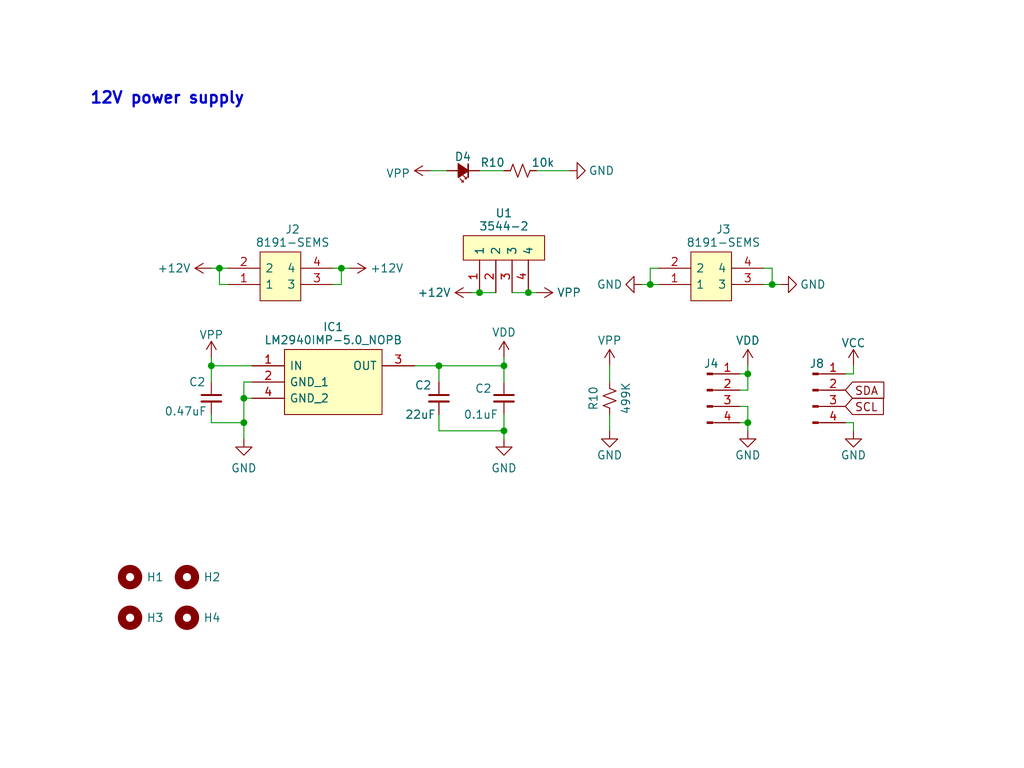
<source format=kicad_sch>
(kicad_sch (version 20230121) (generator eeschema)

  (uuid 766ee150-90bf-4745-9c67-df0896a7a826)

  (paper "User" 159.995 119.99)

  (lib_symbols
    (symbol "Connector:Conn_01x04_Pin" (pin_names (offset 1.016) hide) (in_bom yes) (on_board yes)
      (property "Reference" "J" (at 0 5.08 0)
        (effects (font (size 1.27 1.27)))
      )
      (property "Value" "Conn_01x04_Pin" (at 0 -7.62 0)
        (effects (font (size 1.27 1.27)))
      )
      (property "Footprint" "" (at 0 0 0)
        (effects (font (size 1.27 1.27)) hide)
      )
      (property "Datasheet" "~" (at 0 0 0)
        (effects (font (size 1.27 1.27)) hide)
      )
      (property "ki_locked" "" (at 0 0 0)
        (effects (font (size 1.27 1.27)))
      )
      (property "ki_keywords" "connector" (at 0 0 0)
        (effects (font (size 1.27 1.27)) hide)
      )
      (property "ki_description" "Generic connector, single row, 01x04, script generated" (at 0 0 0)
        (effects (font (size 1.27 1.27)) hide)
      )
      (property "ki_fp_filters" "Connector*:*_1x??_*" (at 0 0 0)
        (effects (font (size 1.27 1.27)) hide)
      )
      (symbol "Conn_01x04_Pin_1_1"
        (polyline
          (pts
            (xy 1.27 -5.08)
            (xy 0.8636 -5.08)
          )
          (stroke (width 0.1524) (type default))
          (fill (type none))
        )
        (polyline
          (pts
            (xy 1.27 -2.54)
            (xy 0.8636 -2.54)
          )
          (stroke (width 0.1524) (type default))
          (fill (type none))
        )
        (polyline
          (pts
            (xy 1.27 0)
            (xy 0.8636 0)
          )
          (stroke (width 0.1524) (type default))
          (fill (type none))
        )
        (polyline
          (pts
            (xy 1.27 2.54)
            (xy 0.8636 2.54)
          )
          (stroke (width 0.1524) (type default))
          (fill (type none))
        )
        (rectangle (start 0.8636 -4.953) (end 0 -5.207)
          (stroke (width 0.1524) (type default))
          (fill (type outline))
        )
        (rectangle (start 0.8636 -2.413) (end 0 -2.667)
          (stroke (width 0.1524) (type default))
          (fill (type outline))
        )
        (rectangle (start 0.8636 0.127) (end 0 -0.127)
          (stroke (width 0.1524) (type default))
          (fill (type outline))
        )
        (rectangle (start 0.8636 2.667) (end 0 2.413)
          (stroke (width 0.1524) (type default))
          (fill (type outline))
        )
        (pin passive line (at 5.08 2.54 180) (length 3.81)
          (name "Pin_1" (effects (font (size 1.27 1.27))))
          (number "1" (effects (font (size 1.27 1.27))))
        )
        (pin passive line (at 5.08 0 180) (length 3.81)
          (name "Pin_2" (effects (font (size 1.27 1.27))))
          (number "2" (effects (font (size 1.27 1.27))))
        )
        (pin passive line (at 5.08 -2.54 180) (length 3.81)
          (name "Pin_3" (effects (font (size 1.27 1.27))))
          (number "3" (effects (font (size 1.27 1.27))))
        )
        (pin passive line (at 5.08 -5.08 180) (length 3.81)
          (name "Pin_4" (effects (font (size 1.27 1.27))))
          (number "4" (effects (font (size 1.27 1.27))))
        )
      )
    )
    (symbol "Device:C_Small" (pin_numbers hide) (pin_names (offset 0.254) hide) (in_bom yes) (on_board yes)
      (property "Reference" "C" (at 0.254 1.778 0)
        (effects (font (size 1.27 1.27)) (justify left))
      )
      (property "Value" "C_Small" (at 0.254 -2.032 0)
        (effects (font (size 1.27 1.27)) (justify left))
      )
      (property "Footprint" "" (at 0 0 0)
        (effects (font (size 1.27 1.27)) hide)
      )
      (property "Datasheet" "~" (at 0 0 0)
        (effects (font (size 1.27 1.27)) hide)
      )
      (property "ki_keywords" "capacitor cap" (at 0 0 0)
        (effects (font (size 1.27 1.27)) hide)
      )
      (property "ki_description" "Unpolarized capacitor, small symbol" (at 0 0 0)
        (effects (font (size 1.27 1.27)) hide)
      )
      (property "ki_fp_filters" "C_*" (at 0 0 0)
        (effects (font (size 1.27 1.27)) hide)
      )
      (symbol "C_Small_0_1"
        (polyline
          (pts
            (xy -1.524 -0.508)
            (xy 1.524 -0.508)
          )
          (stroke (width 0.3302) (type default))
          (fill (type none))
        )
        (polyline
          (pts
            (xy -1.524 0.508)
            (xy 1.524 0.508)
          )
          (stroke (width 0.3048) (type default))
          (fill (type none))
        )
      )
      (symbol "C_Small_1_1"
        (pin passive line (at 0 2.54 270) (length 2.032)
          (name "~" (effects (font (size 1.27 1.27))))
          (number "1" (effects (font (size 1.27 1.27))))
        )
        (pin passive line (at 0 -2.54 90) (length 2.032)
          (name "~" (effects (font (size 1.27 1.27))))
          (number "2" (effects (font (size 1.27 1.27))))
        )
      )
    )
    (symbol "Device:LED_Small_Filled" (pin_numbers hide) (pin_names (offset 0.254) hide) (in_bom yes) (on_board yes)
      (property "Reference" "D" (at -1.27 3.175 0)
        (effects (font (size 1.27 1.27)) (justify left))
      )
      (property "Value" "LED_Small_Filled" (at -4.445 -2.54 0)
        (effects (font (size 1.27 1.27)) (justify left))
      )
      (property "Footprint" "" (at 0 0 90)
        (effects (font (size 1.27 1.27)) hide)
      )
      (property "Datasheet" "~" (at 0 0 90)
        (effects (font (size 1.27 1.27)) hide)
      )
      (property "ki_keywords" "LED diode light-emitting-diode" (at 0 0 0)
        (effects (font (size 1.27 1.27)) hide)
      )
      (property "ki_description" "Light emitting diode, small symbol, filled shape" (at 0 0 0)
        (effects (font (size 1.27 1.27)) hide)
      )
      (property "ki_fp_filters" "LED* LED_SMD:* LED_THT:*" (at 0 0 0)
        (effects (font (size 1.27 1.27)) hide)
      )
      (symbol "LED_Small_Filled_0_1"
        (polyline
          (pts
            (xy -0.762 -1.016)
            (xy -0.762 1.016)
          )
          (stroke (width 0.254) (type default))
          (fill (type none))
        )
        (polyline
          (pts
            (xy 1.016 0)
            (xy -0.762 0)
          )
          (stroke (width 0) (type default))
          (fill (type none))
        )
        (polyline
          (pts
            (xy 0.762 -1.016)
            (xy -0.762 0)
            (xy 0.762 1.016)
            (xy 0.762 -1.016)
          )
          (stroke (width 0.254) (type default))
          (fill (type outline))
        )
        (polyline
          (pts
            (xy 0 0.762)
            (xy -0.508 1.27)
            (xy -0.254 1.27)
            (xy -0.508 1.27)
            (xy -0.508 1.016)
          )
          (stroke (width 0) (type default))
          (fill (type none))
        )
        (polyline
          (pts
            (xy 0.508 1.27)
            (xy 0 1.778)
            (xy 0.254 1.778)
            (xy 0 1.778)
            (xy 0 1.524)
          )
          (stroke (width 0) (type default))
          (fill (type none))
        )
      )
      (symbol "LED_Small_Filled_1_1"
        (pin passive line (at -2.54 0 0) (length 1.778)
          (name "K" (effects (font (size 1.27 1.27))))
          (number "1" (effects (font (size 1.27 1.27))))
        )
        (pin passive line (at 2.54 0 180) (length 1.778)
          (name "A" (effects (font (size 1.27 1.27))))
          (number "2" (effects (font (size 1.27 1.27))))
        )
      )
    )
    (symbol "Device:R_Small_US" (pin_numbers hide) (pin_names (offset 0.254) hide) (in_bom yes) (on_board yes)
      (property "Reference" "R" (at 0.762 0.508 0)
        (effects (font (size 1.27 1.27)) (justify left))
      )
      (property "Value" "R_Small_US" (at 0.762 -1.016 0)
        (effects (font (size 1.27 1.27)) (justify left))
      )
      (property "Footprint" "" (at 0 0 0)
        (effects (font (size 1.27 1.27)) hide)
      )
      (property "Datasheet" "~" (at 0 0 0)
        (effects (font (size 1.27 1.27)) hide)
      )
      (property "ki_keywords" "r resistor" (at 0 0 0)
        (effects (font (size 1.27 1.27)) hide)
      )
      (property "ki_description" "Resistor, small US symbol" (at 0 0 0)
        (effects (font (size 1.27 1.27)) hide)
      )
      (property "ki_fp_filters" "R_*" (at 0 0 0)
        (effects (font (size 1.27 1.27)) hide)
      )
      (symbol "R_Small_US_1_1"
        (polyline
          (pts
            (xy 0 0)
            (xy 1.016 -0.381)
            (xy 0 -0.762)
            (xy -1.016 -1.143)
            (xy 0 -1.524)
          )
          (stroke (width 0) (type default))
          (fill (type none))
        )
        (polyline
          (pts
            (xy 0 1.524)
            (xy 1.016 1.143)
            (xy 0 0.762)
            (xy -1.016 0.381)
            (xy 0 0)
          )
          (stroke (width 0) (type default))
          (fill (type none))
        )
        (pin passive line (at 0 2.54 270) (length 1.016)
          (name "~" (effects (font (size 1.27 1.27))))
          (number "1" (effects (font (size 1.27 1.27))))
        )
        (pin passive line (at 0 -2.54 90) (length 1.016)
          (name "~" (effects (font (size 1.27 1.27))))
          (number "2" (effects (font (size 1.27 1.27))))
        )
      )
    )
    (symbol "Mechanical:MountingHole" (pin_names (offset 1.016)) (in_bom yes) (on_board yes)
      (property "Reference" "H" (at 0 5.08 0)
        (effects (font (size 1.27 1.27)))
      )
      (property "Value" "MountingHole" (at 0 3.175 0)
        (effects (font (size 1.27 1.27)))
      )
      (property "Footprint" "" (at 0 0 0)
        (effects (font (size 1.27 1.27)) hide)
      )
      (property "Datasheet" "~" (at 0 0 0)
        (effects (font (size 1.27 1.27)) hide)
      )
      (property "ki_keywords" "mounting hole" (at 0 0 0)
        (effects (font (size 1.27 1.27)) hide)
      )
      (property "ki_description" "Mounting Hole without connection" (at 0 0 0)
        (effects (font (size 1.27 1.27)) hide)
      )
      (property "ki_fp_filters" "MountingHole*" (at 0 0 0)
        (effects (font (size 1.27 1.27)) hide)
      )
      (symbol "MountingHole_0_1"
        (circle (center 0 0) (radius 1.27)
          (stroke (width 1.27) (type default))
          (fill (type none))
        )
      )
    )
    (symbol "SamacSys_Parts:3544-2" (pin_names (offset 0.762)) (in_bom yes) (on_board yes)
      (property "Reference" "U1" (at 10.16 -2.54 0)
        (effects (font (size 1.27 1.27)) (justify left))
      )
      (property "Value" "3544-2" (at 10.16 -5.08 0)
        (effects (font (size 1.27 1.27)) (justify left))
      )
      (property "Footprint" "SamacSys_Parts:3544-2" (at 16.51 2.54 0)
        (effects (font (size 1.27 1.27)) (justify left) hide)
      )
      (property "Datasheet" "http://www.keyelco.com/product-pdf.cfm?p=1376" (at 16.51 0 0)
        (effects (font (size 1.27 1.27)) (justify left) hide)
      )
      (property "Description" "KEYSTONE - 3544-2 - FUSE HOLDER, 20A" (at 17.78 -2.54 0)
        (effects (font (size 1.27 1.27)) (justify left) hide)
      )
      (property "Height" "" (at 16.51 -5.08 0)
        (effects (font (size 1.27 1.27)) (justify left) hide)
      )
      (property "Manufacturer_Name" "Keystone Electronics" (at 16.51 -7.62 0)
        (effects (font (size 1.27 1.27)) (justify left) hide)
      )
      (property "Manufacturer_Part_Number" "3544-2" (at 16.51 -10.16 0)
        (effects (font (size 1.27 1.27)) (justify left) hide)
      )
      (property "Mouser Part Number" "534-3544-2" (at 16.51 -12.7 0)
        (effects (font (size 1.27 1.27)) (justify left) hide)
      )
      (property "Mouser Price/Stock" "https://www.mouser.co.uk/ProductDetail/Keystone-Electronics/3544-2?qs=zfzUrXoPZmgpv1XvMy4yHg%3D%3D" (at 16.51 -15.24 0)
        (effects (font (size 1.27 1.27)) (justify left) hide)
      )
      (property "Arrow Part Number" "3544-2" (at 16.51 -17.78 0)
        (effects (font (size 1.27 1.27)) (justify left) hide)
      )
      (property "Arrow Price/Stock" "https://www.arrow.com/en/products/3544-2/keystone-electronics?region=europe" (at 16.51 -20.32 0)
        (effects (font (size 1.27 1.27)) (justify left) hide)
      )
      (property "ki_description" "KEYSTONE - 3544-2 - FUSE HOLDER, 20A" (at 0 0 0)
        (effects (font (size 1.27 1.27)) hide)
      )
      (symbol "3544-2_0_0"
        (pin passive line (at 0 0 0) (length 5.08)
          (name "1" (effects (font (size 1.27 1.27))))
          (number "1" (effects (font (size 1.27 1.27))))
        )
        (pin passive line (at 0 -2.54 0) (length 5.08)
          (name "2" (effects (font (size 1.27 1.27))))
          (number "2" (effects (font (size 1.27 1.27))))
        )
        (pin passive line (at 0 -5.08 0) (length 5.08)
          (name "3" (effects (font (size 1.27 1.27))))
          (number "3" (effects (font (size 1.27 1.27))))
        )
        (pin passive line (at 0 -7.62 0) (length 5.08)
          (name "4" (effects (font (size 1.27 1.27))))
          (number "4" (effects (font (size 1.27 1.27))))
        )
      )
      (symbol "3544-2_1_1"
        (polyline
          (pts
            (xy 5.08 2.54)
            (xy 8.89 2.54)
            (xy 8.89 -10.16)
            (xy 5.08 -10.16)
            (xy 5.08 2.54)
          )
          (stroke (width 0.1524) (type solid))
          (fill (type background))
        )
      )
    )
    (symbol "SamacSys_Parts:8191-SEMS" (pin_names (offset 0.762)) (in_bom yes) (on_board yes)
      (property "Reference" "J2" (at 10.16 6.0692 0)
        (effects (font (size 1.27 1.27)))
      )
      (property "Value" "8191-SEMS" (at 10.16 4.0212 0)
        (effects (font (size 1.27 1.27)))
      )
      (property "Footprint" "8191SEMS" (at 16.51 2.54 0)
        (effects (font (size 1.27 1.27)) (justify left) hide)
      )
      (property "Datasheet" "https://www.mouser.com/datasheet/2/215/191-SEMS-744240.pdf" (at 16.51 0 0)
        (effects (font (size 1.27 1.27)) (justify left) hide)
      )
      (property "Description" "Screws & Fasteners SCREW TERM W/SEMS SCREW-LOOSE" (at 16.51 -2.54 0)
        (effects (font (size 1.27 1.27)) (justify left) hide)
      )
      (property "Height" "6.56" (at 16.51 -5.08 0)
        (effects (font (size 1.27 1.27)) (justify left) hide)
      )
      (property "Manufacturer_Name" "Keystone Electronics" (at 16.51 -7.62 0)
        (effects (font (size 1.27 1.27)) (justify left) hide)
      )
      (property "Manufacturer_Part_Number" "8191-SEMS" (at 16.51 -10.16 0)
        (effects (font (size 1.27 1.27)) (justify left) hide)
      )
      (property "Mouser Part Number" "534-8191-SEMS" (at 16.51 -12.7 0)
        (effects (font (size 1.27 1.27)) (justify left) hide)
      )
      (property "Mouser Price/Stock" "https://www.mouser.co.uk/ProductDetail/Keystone-Electronics/8191-SEMS?qs=LDXARy4xNQuY13qpJgUqOA%3D%3D" (at 16.51 -15.24 0)
        (effects (font (size 1.27 1.27)) (justify left) hide)
      )
      (property "Arrow Part Number" "" (at 16.51 -17.78 0)
        (effects (font (size 1.27 1.27)) (justify left) hide)
      )
      (property "Arrow Price/Stock" "" (at 16.51 -20.32 0)
        (effects (font (size 1.27 1.27)) (justify left) hide)
      )
      (property "ki_description" "Screws & Fasteners SCREW TERM W/SEMS SCREW-LOOSE" (at 0 0 0)
        (effects (font (size 1.27 1.27)) hide)
      )
      (symbol "8191-SEMS_0_0"
        (pin passive line (at 0 -2.54 0) (length 5.08)
          (name "1" (effects (font (size 1.27 1.27))))
          (number "1" (effects (font (size 1.27 1.27))))
        )
        (pin passive line (at 0 0 0) (length 5.08)
          (name "2" (effects (font (size 1.27 1.27))))
          (number "2" (effects (font (size 1.27 1.27))))
        )
        (pin passive line (at 16.51 -2.54 180) (length 5.08)
          (name "3" (effects (font (size 1.27 1.27))))
          (number "3" (effects (font (size 1.27 1.27))))
        )
        (pin passive line (at 16.51 0 180) (length 5.08)
          (name "4" (effects (font (size 1.27 1.27))))
          (number "4" (effects (font (size 1.27 1.27))))
        )
      )
      (symbol "8191-SEMS_1_1"
        (polyline
          (pts
            (xy 5.08 2.54)
            (xy 11.43 2.54)
            (xy 11.43 -5.08)
            (xy 5.08 -5.08)
            (xy 5.08 2.54)
          )
          (stroke (width 0.1524) (type solid))
          (fill (type background))
        )
      )
    )
    (symbol "SamacSys_Parts:LM2940IMP-5.0_NOPB" (pin_names (offset 0.762)) (in_bom yes) (on_board yes)
      (property "Reference" "IC1" (at 15.24 6.0692 0)
        (effects (font (size 1.27 1.27)))
      )
      (property "Value" "LM2940IMP-5.0_NOPB" (at 15.24 4.0212 0)
        (effects (font (size 1.27 1.27)))
      )
      (property "Footprint" "SOT230P700X180-4N" (at 26.67 2.54 0)
        (effects (font (size 1.27 1.27)) (justify left) hide)
      )
      (property "Datasheet" "https://datasheet.datasheetarchive.com/originals/distributors/Datasheets-SFU2/DSASFU100037171.pdf" (at 26.67 0 0)
        (effects (font (size 1.27 1.27)) (justify left) hide)
      )
      (property "Description" "LDO Regulator Pos 5V 1A SOT223 Texas Instruments LM2940IMP-5.0/NOPB, LDO Voltage Regulator, 1A, 5 V, 26 Vin, 3-Pin SOT-223" (at 26.67 -2.54 0)
        (effects (font (size 1.27 1.27)) (justify left) hide)
      )
      (property "Height" "1.8" (at 26.67 -5.08 0)
        (effects (font (size 1.27 1.27)) (justify left) hide)
      )
      (property "Manufacturer_Name" "Texas Instruments" (at 26.67 -7.62 0)
        (effects (font (size 1.27 1.27)) (justify left) hide)
      )
      (property "Manufacturer_Part_Number" "LM2940IMP-5.0/NOPB" (at 26.67 -10.16 0)
        (effects (font (size 1.27 1.27)) (justify left) hide)
      )
      (property "Mouser Part Number" "926-LM2940IMP5.0NOPB" (at 26.67 -12.7 0)
        (effects (font (size 1.27 1.27)) (justify left) hide)
      )
      (property "Mouser Price/Stock" "https://www.mouser.co.uk/ProductDetail/Texas-Instruments/LM2940IMP-5.0-NOPB?qs=X1J7HmVL2ZHsH%2FeS8BdGfg%3D%3D" (at 26.67 -15.24 0)
        (effects (font (size 1.27 1.27)) (justify left) hide)
      )
      (property "Arrow Part Number" "LM2940IMP-5.0/NOPB" (at 26.67 -17.78 0)
        (effects (font (size 1.27 1.27)) (justify left) hide)
      )
      (property "Arrow Price/Stock" "https://www.arrow.com/en/products/lm2940imp-5.0nopb/texas-instruments?region=nac" (at 26.67 -20.32 0)
        (effects (font (size 1.27 1.27)) (justify left) hide)
      )
      (property "ki_description" "LDO Regulator Pos 5V 1A SOT223 Texas Instruments LM2940IMP-5.0/NOPB, LDO Voltage Regulator, 1A, 5 V, 26 Vin, 3-Pin SOT-223" (at 0 0 0)
        (effects (font (size 1.27 1.27)) hide)
      )
      (symbol "LM2940IMP-5.0_NOPB_0_0"
        (pin passive line (at 0 0 0) (length 5.08)
          (name "IN" (effects (font (size 1.27 1.27))))
          (number "1" (effects (font (size 1.27 1.27))))
        )
        (pin passive line (at 0 -2.54 0) (length 5.08)
          (name "GND_1" (effects (font (size 1.27 1.27))))
          (number "2" (effects (font (size 1.27 1.27))))
        )
        (pin passive line (at 25.4 0 180) (length 5.08)
          (name "OUT" (effects (font (size 1.27 1.27))))
          (number "3" (effects (font (size 1.27 1.27))))
        )
        (pin passive line (at 0 -5.08 0) (length 5.08)
          (name "GND_2" (effects (font (size 1.27 1.27))))
          (number "4" (effects (font (size 1.27 1.27))))
        )
      )
      (symbol "LM2940IMP-5.0_NOPB_1_1"
        (polyline
          (pts
            (xy 5.08 2.54)
            (xy 20.32 2.54)
            (xy 20.32 -7.62)
            (xy 5.08 -7.62)
            (xy 5.08 2.54)
          )
          (stroke (width 0.1524) (type solid))
          (fill (type background))
        )
      )
    )
    (symbol "power:+12V" (power) (pin_names (offset 0)) (in_bom yes) (on_board yes)
      (property "Reference" "#PWR" (at 0 -3.81 0)
        (effects (font (size 1.27 1.27)) hide)
      )
      (property "Value" "+12V" (at 0 3.556 0)
        (effects (font (size 1.27 1.27)))
      )
      (property "Footprint" "" (at 0 0 0)
        (effects (font (size 1.27 1.27)) hide)
      )
      (property "Datasheet" "" (at 0 0 0)
        (effects (font (size 1.27 1.27)) hide)
      )
      (property "ki_keywords" "global power" (at 0 0 0)
        (effects (font (size 1.27 1.27)) hide)
      )
      (property "ki_description" "Power symbol creates a global label with name \"+12V\"" (at 0 0 0)
        (effects (font (size 1.27 1.27)) hide)
      )
      (symbol "+12V_0_1"
        (polyline
          (pts
            (xy -0.762 1.27)
            (xy 0 2.54)
          )
          (stroke (width 0) (type default))
          (fill (type none))
        )
        (polyline
          (pts
            (xy 0 0)
            (xy 0 2.54)
          )
          (stroke (width 0) (type default))
          (fill (type none))
        )
        (polyline
          (pts
            (xy 0 2.54)
            (xy 0.762 1.27)
          )
          (stroke (width 0) (type default))
          (fill (type none))
        )
      )
      (symbol "+12V_1_1"
        (pin power_in line (at 0 0 90) (length 0) hide
          (name "+12V" (effects (font (size 1.27 1.27))))
          (number "1" (effects (font (size 1.27 1.27))))
        )
      )
    )
    (symbol "power:GND" (power) (pin_names (offset 0)) (in_bom yes) (on_board yes)
      (property "Reference" "#PWR" (at 0 -6.35 0)
        (effects (font (size 1.27 1.27)) hide)
      )
      (property "Value" "GND" (at 0 -3.81 0)
        (effects (font (size 1.27 1.27)))
      )
      (property "Footprint" "" (at 0 0 0)
        (effects (font (size 1.27 1.27)) hide)
      )
      (property "Datasheet" "" (at 0 0 0)
        (effects (font (size 1.27 1.27)) hide)
      )
      (property "ki_keywords" "power-flag" (at 0 0 0)
        (effects (font (size 1.27 1.27)) hide)
      )
      (property "ki_description" "Power symbol creates a global label with name \"GND\" , ground" (at 0 0 0)
        (effects (font (size 1.27 1.27)) hide)
      )
      (symbol "GND_0_1"
        (polyline
          (pts
            (xy 0 0)
            (xy 0 -1.27)
            (xy 1.27 -1.27)
            (xy 0 -2.54)
            (xy -1.27 -1.27)
            (xy 0 -1.27)
          )
          (stroke (width 0) (type default))
          (fill (type none))
        )
      )
      (symbol "GND_1_1"
        (pin power_in line (at 0 0 270) (length 0) hide
          (name "GND" (effects (font (size 1.27 1.27))))
          (number "1" (effects (font (size 1.27 1.27))))
        )
      )
    )
    (symbol "power:VCC" (power) (pin_names (offset 0)) (in_bom yes) (on_board yes)
      (property "Reference" "#PWR" (at 0 -3.81 0)
        (effects (font (size 1.27 1.27)) hide)
      )
      (property "Value" "VCC" (at 0 3.81 0)
        (effects (font (size 1.27 1.27)))
      )
      (property "Footprint" "" (at 0 0 0)
        (effects (font (size 1.27 1.27)) hide)
      )
      (property "Datasheet" "" (at 0 0 0)
        (effects (font (size 1.27 1.27)) hide)
      )
      (property "ki_keywords" "global power" (at 0 0 0)
        (effects (font (size 1.27 1.27)) hide)
      )
      (property "ki_description" "Power symbol creates a global label with name \"VCC\"" (at 0 0 0)
        (effects (font (size 1.27 1.27)) hide)
      )
      (symbol "VCC_0_1"
        (polyline
          (pts
            (xy -0.762 1.27)
            (xy 0 2.54)
          )
          (stroke (width 0) (type default))
          (fill (type none))
        )
        (polyline
          (pts
            (xy 0 0)
            (xy 0 2.54)
          )
          (stroke (width 0) (type default))
          (fill (type none))
        )
        (polyline
          (pts
            (xy 0 2.54)
            (xy 0.762 1.27)
          )
          (stroke (width 0) (type default))
          (fill (type none))
        )
      )
      (symbol "VCC_1_1"
        (pin power_in line (at 0 0 90) (length 0) hide
          (name "VCC" (effects (font (size 1.27 1.27))))
          (number "1" (effects (font (size 1.27 1.27))))
        )
      )
    )
    (symbol "power:VDD" (power) (pin_names (offset 0)) (in_bom yes) (on_board yes)
      (property "Reference" "#PWR" (at 0 -3.81 0)
        (effects (font (size 1.27 1.27)) hide)
      )
      (property "Value" "VDD" (at 0 3.81 0)
        (effects (font (size 1.27 1.27)))
      )
      (property "Footprint" "" (at 0 0 0)
        (effects (font (size 1.27 1.27)) hide)
      )
      (property "Datasheet" "" (at 0 0 0)
        (effects (font (size 1.27 1.27)) hide)
      )
      (property "ki_keywords" "global power" (at 0 0 0)
        (effects (font (size 1.27 1.27)) hide)
      )
      (property "ki_description" "Power symbol creates a global label with name \"VDD\"" (at 0 0 0)
        (effects (font (size 1.27 1.27)) hide)
      )
      (symbol "VDD_0_1"
        (polyline
          (pts
            (xy -0.762 1.27)
            (xy 0 2.54)
          )
          (stroke (width 0) (type default))
          (fill (type none))
        )
        (polyline
          (pts
            (xy 0 0)
            (xy 0 2.54)
          )
          (stroke (width 0) (type default))
          (fill (type none))
        )
        (polyline
          (pts
            (xy 0 2.54)
            (xy 0.762 1.27)
          )
          (stroke (width 0) (type default))
          (fill (type none))
        )
      )
      (symbol "VDD_1_1"
        (pin power_in line (at 0 0 90) (length 0) hide
          (name "VDD" (effects (font (size 1.27 1.27))))
          (number "1" (effects (font (size 1.27 1.27))))
        )
      )
    )
    (symbol "power:VPP" (power) (pin_names (offset 0)) (in_bom yes) (on_board yes)
      (property "Reference" "#PWR" (at 0 -3.81 0)
        (effects (font (size 1.27 1.27)) hide)
      )
      (property "Value" "VPP" (at 0 3.81 0)
        (effects (font (size 1.27 1.27)))
      )
      (property "Footprint" "" (at 0 0 0)
        (effects (font (size 1.27 1.27)) hide)
      )
      (property "Datasheet" "" (at 0 0 0)
        (effects (font (size 1.27 1.27)) hide)
      )
      (property "ki_keywords" "power-flag" (at 0 0 0)
        (effects (font (size 1.27 1.27)) hide)
      )
      (property "ki_description" "Power symbol creates a global label with name \"VPP\"" (at 0 0 0)
        (effects (font (size 1.27 1.27)) hide)
      )
      (symbol "VPP_0_1"
        (polyline
          (pts
            (xy -0.762 1.27)
            (xy 0 2.54)
          )
          (stroke (width 0) (type default))
          (fill (type none))
        )
        (polyline
          (pts
            (xy 0 0)
            (xy 0 2.54)
          )
          (stroke (width 0) (type default))
          (fill (type none))
        )
        (polyline
          (pts
            (xy 0 2.54)
            (xy 0.762 1.27)
          )
          (stroke (width 0) (type default))
          (fill (type none))
        )
      )
      (symbol "VPP_1_1"
        (pin power_in line (at 0 0 90) (length 0) hide
          (name "VPP" (effects (font (size 1.27 1.27))))
          (number "1" (effects (font (size 1.27 1.27))))
        )
      )
    )
  )

  (junction (at 78.74 67.31) (diameter 0) (color 0 0 0 0)
    (uuid 0a2d6dc0-8bde-4750-b908-2a76ad40d6e8)
  )
  (junction (at 120.65 44.45) (diameter 0) (color 0 0 0 0)
    (uuid 162ea2ae-b8fc-46c2-b4b6-7fc47c08a865)
  )
  (junction (at 82.55 45.72) (diameter 0) (color 0 0 0 0)
    (uuid 16488bb8-0acd-4a31-9e91-adc173efcd0a)
  )
  (junction (at 34.29 41.91) (diameter 0) (color 0 0 0 0)
    (uuid 18684a31-a31f-4507-9ee6-a76cd8f95d80)
  )
  (junction (at 68.58 57.15) (diameter 0) (color 0 0 0 0)
    (uuid 2ba8cf6f-4b53-4c9a-b2ed-4eaa7d2d8582)
  )
  (junction (at 38.1 62.23) (diameter 0) (color 0 0 0 0)
    (uuid 6169c435-5bb5-4be6-a662-b68f02d08593)
  )
  (junction (at 116.84 66.04) (diameter 0) (color 0 0 0 0)
    (uuid 64fb3d00-e84a-49b7-8fcf-dc6f0a2500ce)
  )
  (junction (at 33.02 57.15) (diameter 0) (color 0 0 0 0)
    (uuid 6e459b1b-859f-42ab-8197-c730f7728b79)
  )
  (junction (at 53.34 41.91) (diameter 0) (color 0 0 0 0)
    (uuid 70d9ae15-725f-42ac-899c-4ae15ff43418)
  )
  (junction (at 38.1 66.04) (diameter 0) (color 0 0 0 0)
    (uuid 94ad3385-70ef-42cc-a5f9-801d43ae95a0)
  )
  (junction (at 116.84 58.42) (diameter 0) (color 0 0 0 0)
    (uuid b18dd03e-8d38-4a6b-9ebc-f44e10ea7a4d)
  )
  (junction (at 78.74 57.15) (diameter 0) (color 0 0 0 0)
    (uuid e3f14679-a106-4567-b247-f69d1a7aa772)
  )
  (junction (at 74.93 45.72) (diameter 0) (color 0 0 0 0)
    (uuid f5921771-aa69-446b-a03b-8556aca72741)
  )
  (junction (at 101.6 44.45) (diameter 0) (color 0 0 0 0)
    (uuid ff7c43a6-d753-4a5c-938e-2da318caf740)
  )

  (wire (pts (xy 78.74 57.15) (xy 68.58 57.15))
    (stroke (width 0) (type default))
    (uuid 02f8ba56-fcdc-495c-bb02-f5ec8241c1e2)
  )
  (wire (pts (xy 78.74 64.77) (xy 78.74 67.31))
    (stroke (width 0) (type default))
    (uuid 046c0f61-ffc3-4cb0-8d61-0685deaac304)
  )
  (wire (pts (xy 95.25 64.77) (xy 95.25 67.31))
    (stroke (width 0) (type default))
    (uuid 0aad597a-9079-4b0e-a533-3190ad9e426b)
  )
  (wire (pts (xy 115.57 66.04) (xy 116.84 66.04))
    (stroke (width 0) (type default))
    (uuid 0e1f3554-daa7-40ef-8a22-6f5b1976a0bb)
  )
  (wire (pts (xy 33.02 64.77) (xy 33.02 66.04))
    (stroke (width 0) (type default))
    (uuid 2273ff43-beb9-47d7-826b-03ff6e1e618f)
  )
  (wire (pts (xy 38.1 66.04) (xy 38.1 62.23))
    (stroke (width 0) (type default))
    (uuid 2bbbdff7-c3fa-4e41-9c18-a602ed872dc2)
  )
  (wire (pts (xy 78.74 55.88) (xy 78.74 57.15))
    (stroke (width 0) (type default))
    (uuid 3b940b68-01db-4696-8d2d-5fc4f33df172)
  )
  (wire (pts (xy 35.56 44.45) (xy 34.29 44.45))
    (stroke (width 0) (type default))
    (uuid 3be51cc9-bb2d-45eb-b81d-3b4343da6dae)
  )
  (wire (pts (xy 132.08 58.42) (xy 133.35 58.42))
    (stroke (width 0) (type default))
    (uuid 4753b0d3-416e-419d-a02c-1411776af440)
  )
  (wire (pts (xy 101.6 44.45) (xy 100.33 44.45))
    (stroke (width 0) (type default))
    (uuid 47c33a29-e11a-4ec7-874c-2bd04feabe0c)
  )
  (wire (pts (xy 34.29 44.45) (xy 34.29 41.91))
    (stroke (width 0) (type default))
    (uuid 481de22d-e520-416a-ada5-2bb3da4ad47e)
  )
  (wire (pts (xy 78.74 57.15) (xy 78.74 59.69))
    (stroke (width 0) (type default))
    (uuid 499102a1-77c0-4da0-9183-b6590650e15e)
  )
  (wire (pts (xy 52.07 41.91) (xy 53.34 41.91))
    (stroke (width 0) (type default))
    (uuid 4aadd394-ed99-453b-85a3-4bf04a580737)
  )
  (wire (pts (xy 52.07 44.45) (xy 53.34 44.45))
    (stroke (width 0) (type default))
    (uuid 4ee5729b-0683-4a86-90b4-a86f7708a3be)
  )
  (wire (pts (xy 119.38 41.91) (xy 120.65 41.91))
    (stroke (width 0) (type default))
    (uuid 55442c3f-5113-4723-891d-456540c7d9c4)
  )
  (wire (pts (xy 120.65 41.91) (xy 120.65 44.45))
    (stroke (width 0) (type default))
    (uuid 556d475f-54c3-4018-89d2-6ac20c3e5714)
  )
  (wire (pts (xy 38.1 62.23) (xy 38.1 59.69))
    (stroke (width 0) (type default))
    (uuid 58a060a1-174b-4a7a-bf91-bda041e37fbd)
  )
  (wire (pts (xy 38.1 68.58) (xy 38.1 66.04))
    (stroke (width 0) (type default))
    (uuid 5a1fb44e-4ff8-43a6-8f49-45af60b6b308)
  )
  (wire (pts (xy 33.02 55.88) (xy 33.02 57.15))
    (stroke (width 0) (type default))
    (uuid 5cf0db14-f56e-4d44-9297-1c75781dd08e)
  )
  (wire (pts (xy 78.74 67.31) (xy 68.58 67.31))
    (stroke (width 0) (type default))
    (uuid 5d53bc8f-23f6-40a3-a44e-2bb70abf28c6)
  )
  (wire (pts (xy 73.66 45.72) (xy 74.93 45.72))
    (stroke (width 0) (type default))
    (uuid 60aab5bb-1079-4e6c-b962-a3015b12f9e1)
  )
  (wire (pts (xy 116.84 58.42) (xy 116.84 60.96))
    (stroke (width 0) (type default))
    (uuid 634c3640-11a5-4eb2-b308-5a250d2b3bf0)
  )
  (wire (pts (xy 115.57 58.42) (xy 116.84 58.42))
    (stroke (width 0) (type default))
    (uuid 663ba32d-f47a-4063-9989-c872d71b3082)
  )
  (wire (pts (xy 38.1 59.69) (xy 39.37 59.69))
    (stroke (width 0) (type default))
    (uuid 6c61e21a-a87d-4a59-813a-8603bc664b3e)
  )
  (wire (pts (xy 78.74 67.31) (xy 78.74 68.58))
    (stroke (width 0) (type default))
    (uuid 705bcfc7-f9e7-4349-8dd6-7f831b3c3609)
  )
  (wire (pts (xy 133.35 66.04) (xy 133.35 67.31))
    (stroke (width 0) (type default))
    (uuid 71a1a38a-c284-4493-8ff9-b4118842209a)
  )
  (wire (pts (xy 33.02 66.04) (xy 38.1 66.04))
    (stroke (width 0) (type default))
    (uuid 75ee6550-a57f-4734-8a20-c2774c7cbc63)
  )
  (wire (pts (xy 67.31 26.67) (xy 69.85 26.67))
    (stroke (width 0) (type default))
    (uuid 84578f40-1ed7-43de-84c8-8623007a08e1)
  )
  (wire (pts (xy 120.65 44.45) (xy 121.92 44.45))
    (stroke (width 0) (type default))
    (uuid 857eb24e-3826-4f40-a361-929aba9d22ae)
  )
  (wire (pts (xy 116.84 63.5) (xy 116.84 66.04))
    (stroke (width 0) (type default))
    (uuid 87389d7d-c4ec-46ed-a886-4fc81ea16d0a)
  )
  (wire (pts (xy 116.84 57.15) (xy 116.84 58.42))
    (stroke (width 0) (type default))
    (uuid 93bee86a-1117-4a84-a826-e35412076073)
  )
  (wire (pts (xy 35.56 41.91) (xy 34.29 41.91))
    (stroke (width 0) (type default))
    (uuid 9536cfe3-e927-4be8-92a7-078ef4b7e529)
  )
  (wire (pts (xy 53.34 44.45) (xy 53.34 41.91))
    (stroke (width 0) (type default))
    (uuid 9d54ea65-4b43-4d88-86a1-ca11dfbf4a2e)
  )
  (wire (pts (xy 74.93 26.67) (xy 78.74 26.67))
    (stroke (width 0) (type default))
    (uuid a0435898-fc1c-4b91-b40a-105bbdea9dc5)
  )
  (wire (pts (xy 68.58 59.69) (xy 68.58 57.15))
    (stroke (width 0) (type default))
    (uuid a062def0-cbca-478f-bad3-3586e15166d8)
  )
  (wire (pts (xy 115.57 60.96) (xy 116.84 60.96))
    (stroke (width 0) (type default))
    (uuid a4b0a3e6-6bfc-49c8-90f8-3c4293c4fc23)
  )
  (wire (pts (xy 119.38 44.45) (xy 120.65 44.45))
    (stroke (width 0) (type default))
    (uuid a816efa7-53fc-4991-8c2d-94fed2feec81)
  )
  (wire (pts (xy 53.34 41.91) (xy 54.61 41.91))
    (stroke (width 0) (type default))
    (uuid ad8011db-a8a3-4180-8cf1-38c3692b2f1b)
  )
  (wire (pts (xy 38.1 62.23) (xy 39.37 62.23))
    (stroke (width 0) (type default))
    (uuid adeb3f7a-65b6-443e-9ba9-2b2a877d3c61)
  )
  (wire (pts (xy 102.87 41.91) (xy 101.6 41.91))
    (stroke (width 0) (type default))
    (uuid ae2b4aa9-5e9a-4cd0-89e9-d9ba7646a514)
  )
  (wire (pts (xy 34.29 41.91) (xy 33.02 41.91))
    (stroke (width 0) (type default))
    (uuid aed02d0d-c5dc-4a30-99ec-c153f8b15faa)
  )
  (wire (pts (xy 74.93 45.72) (xy 77.47 45.72))
    (stroke (width 0) (type default))
    (uuid b5083d76-eaa1-47be-bebb-0d1c0eca7418)
  )
  (wire (pts (xy 133.35 58.42) (xy 133.35 57.15))
    (stroke (width 0) (type default))
    (uuid b6342696-b374-444d-9e29-b9a1f8a49a3d)
  )
  (wire (pts (xy 33.02 57.15) (xy 39.37 57.15))
    (stroke (width 0) (type default))
    (uuid b86f7bb7-f66c-4e65-94f7-abfcfa8da7b4)
  )
  (wire (pts (xy 132.08 66.04) (xy 133.35 66.04))
    (stroke (width 0) (type default))
    (uuid b8b5ece9-8abf-4885-87a7-5f8b1e11613c)
  )
  (wire (pts (xy 83.82 26.67) (xy 88.9 26.67))
    (stroke (width 0) (type default))
    (uuid bbe7b97f-8f5b-41cf-87f7-cbd0227592e0)
  )
  (wire (pts (xy 95.25 57.15) (xy 95.25 59.69))
    (stroke (width 0) (type default))
    (uuid bc701fde-1086-474e-8040-eec3badbb170)
  )
  (wire (pts (xy 80.01 45.72) (xy 82.55 45.72))
    (stroke (width 0) (type default))
    (uuid bda2fdc4-8f15-4182-84ff-ce0d737ec3c1)
  )
  (wire (pts (xy 64.77 57.15) (xy 68.58 57.15))
    (stroke (width 0) (type default))
    (uuid d442406f-aef9-4222-8b0b-484e16e6c415)
  )
  (wire (pts (xy 115.57 63.5) (xy 116.84 63.5))
    (stroke (width 0) (type default))
    (uuid d5c38d0e-e796-4c6f-9a9e-e4bdf69602e3)
  )
  (wire (pts (xy 116.84 66.04) (xy 116.84 67.31))
    (stroke (width 0) (type default))
    (uuid df0e3631-6910-4c86-bf64-5ff8b145e1ee)
  )
  (wire (pts (xy 101.6 41.91) (xy 101.6 44.45))
    (stroke (width 0) (type default))
    (uuid e4a782c9-70ff-4481-9444-727cfc4c9750)
  )
  (wire (pts (xy 33.02 57.15) (xy 33.02 59.69))
    (stroke (width 0) (type default))
    (uuid e51730ce-3fa2-42a8-9b0c-16ebc176df01)
  )
  (wire (pts (xy 82.55 45.72) (xy 83.82 45.72))
    (stroke (width 0) (type default))
    (uuid e7118e5d-590b-4959-b52b-064d6774c32c)
  )
  (wire (pts (xy 102.87 44.45) (xy 101.6 44.45))
    (stroke (width 0) (type default))
    (uuid edf5c5da-5eef-4978-874f-ad335c073fe8)
  )
  (wire (pts (xy 68.58 67.31) (xy 68.58 64.77))
    (stroke (width 0) (type default))
    (uuid fb01d2a3-727e-45c3-be59-afa6c96b089b)
  )

  (text "12V power supply" (at 13.97 16.51 0)
    (effects (font (size 1.778 1.778) (thickness 0.3556) bold) (justify left bottom))
    (uuid 35c0ce22-ff60-47c4-b003-67ef5882e999)
  )

  (global_label "SCL" (shape input) (at 132.08 63.5 0) (fields_autoplaced)
    (effects (font (size 1.27 1.27)) (justify left))
    (uuid 360b13db-d35e-4455-9646-d7c35b289eb4)
    (property "Intersheetrefs" "${INTERSHEET_REFS}" (at 138.4934 63.5 0)
      (effects (font (size 1.27 1.27)) (justify left) hide)
    )
  )
  (global_label "SDA" (shape input) (at 132.08 60.96 0) (fields_autoplaced)
    (effects (font (size 1.27 1.27)) (justify left))
    (uuid d87001ad-3279-4409-ac0d-85a06d0c6a26)
    (property "Intersheetrefs" "${INTERSHEET_REFS}" (at 138.5539 60.96 0)
      (effects (font (size 1.27 1.27)) (justify left) hide)
    )
  )

  (symbol (lib_id "SamacSys_Parts:3544-2") (at 74.93 45.72 90) (unit 1)
    (in_bom yes) (on_board yes) (dnp no) (fields_autoplaced)
    (uuid 0385e7f4-6b97-4455-85a5-454a93f016d2)
    (property "Reference" "U1" (at 78.74 33.3008 90)
      (effects (font (size 1.27 1.27)))
    )
    (property "Value" "3544-2" (at 78.74 35.3488 90)
      (effects (font (size 1.27 1.27)))
    )
    (property "Footprint" "SamacSys_Parts:3544-2" (at 72.39 29.21 0)
      (effects (font (size 1.27 1.27)) (justify left) hide)
    )
    (property "Datasheet" "http://www.keyelco.com/product-pdf.cfm?p=1376" (at 74.93 29.21 0)
      (effects (font (size 1.27 1.27)) (justify left) hide)
    )
    (property "Description" "KEYSTONE - 3544-2 - FUSE HOLDER, 20A" (at 77.47 27.94 0)
      (effects (font (size 1.27 1.27)) (justify left) hide)
    )
    (property "Height" "" (at 80.01 29.21 0)
      (effects (font (size 1.27 1.27)) (justify left) hide)
    )
    (property "Manufacturer_Name" "Keystone Electronics" (at 82.55 29.21 0)
      (effects (font (size 1.27 1.27)) (justify left) hide)
    )
    (property "Manufacturer_Part_Number" "3544-2" (at 85.09 29.21 0)
      (effects (font (size 1.27 1.27)) (justify left) hide)
    )
    (property "Mouser Part Number" "534-3544-2" (at 87.63 29.21 0)
      (effects (font (size 1.27 1.27)) (justify left) hide)
    )
    (property "Mouser Price/Stock" "https://www.mouser.co.uk/ProductDetail/Keystone-Electronics/3544-2?qs=zfzUrXoPZmgpv1XvMy4yHg%3D%3D" (at 90.17 29.21 0)
      (effects (font (size 1.27 1.27)) (justify left) hide)
    )
    (property "Arrow Part Number" "3544-2" (at 92.71 29.21 0)
      (effects (font (size 1.27 1.27)) (justify left) hide)
    )
    (property "Arrow Price/Stock" "https://www.arrow.com/en/products/3544-2/keystone-electronics?region=europe" (at 95.25 29.21 0)
      (effects (font (size 1.27 1.27)) (justify left) hide)
    )
    (pin "1" (uuid 12dc1f06-2fc9-4d3f-bc6f-d2709afea66d))
    (pin "2" (uuid 9fbc3998-de31-43d8-b533-bf224de0baa2))
    (pin "3" (uuid 33f826bd-f5ab-460d-b8df-fa05f2a73cdc))
    (pin "4" (uuid f7dc9f71-3416-4626-816f-46ab50f6d6ee))
    (instances
      (project "INDICATOR"
        (path "/65265907-6721-4f79-b3a8-f708d4e7460b"
          (reference "U1") (unit 1)
        )
      )
      (project "PCBPT_Main_control_V1"
        (path "/67ad53b0-e724-4354-8add-ffbe056bca93/03c1781e-297b-49e1-8cb8-7d532072eddb"
          (reference "U8") (unit 1)
        )
      )
    )
  )

  (symbol (lib_id "Device:C_Small") (at 68.58 62.23 0) (unit 1)
    (in_bom yes) (on_board yes) (dnp no)
    (uuid 091683dd-7a7b-46d9-8d69-0b2ac0053bac)
    (property "Reference" "C2" (at 64.77 60.198 0)
      (effects (font (size 1.27 1.27)) (justify left))
    )
    (property "Value" "22uF" (at 63.246 64.77 0)
      (effects (font (size 1.27 1.27)) (justify left))
    )
    (property "Footprint" "Capacitor_SMD:C_0805_2012Metric_Pad1.18x1.45mm_HandSolder" (at 68.58 62.23 0)
      (effects (font (size 1.27 1.27)) hide)
    )
    (property "Datasheet" "~" (at 68.58 62.23 0)
      (effects (font (size 1.27 1.27)) hide)
    )
    (pin "1" (uuid 94e0e6cb-22a7-4d5d-8032-598712d700ed))
    (pin "2" (uuid c550400c-ada3-461f-b9bc-4fde2f48237c))
    (instances
      (project "PCBPT_Main_control_V1"
        (path "/67ad53b0-e724-4354-8add-ffbe056bca93"
          (reference "C2") (unit 1)
        )
        (path "/67ad53b0-e724-4354-8add-ffbe056bca93/9c4f98f1-bc47-4c4b-bbad-ba5566d013b5"
          (reference "C3") (unit 1)
        )
        (path "/67ad53b0-e724-4354-8add-ffbe056bca93/03c1781e-297b-49e1-8cb8-7d532072eddb"
          (reference "C16") (unit 1)
        )
      )
    )
  )

  (symbol (lib_id "Device:R_Small_US") (at 81.28 26.67 90) (unit 1)
    (in_bom yes) (on_board yes) (dnp no)
    (uuid 16290a62-5839-48f9-b186-ed3d47270b42)
    (property "Reference" "R10" (at 76.962 25.4 90)
      (effects (font (size 1.27 1.27)))
    )
    (property "Value" "10k" (at 84.836 25.4 90)
      (effects (font (size 1.27 1.27)))
    )
    (property "Footprint" "Resistor_SMD:R_0603_1608Metric" (at 81.28 26.67 0)
      (effects (font (size 1.27 1.27)) hide)
    )
    (property "Datasheet" "~" (at 81.28 26.67 0)
      (effects (font (size 1.27 1.27)) hide)
    )
    (pin "1" (uuid 57075cb7-15e8-4100-a0d7-ccd8d0f85b66))
    (pin "2" (uuid e3fcf765-c242-4ffe-b1a4-1f764589fd7c))
    (instances
      (project "PCBPT_Main_control_V1"
        (path "/67ad53b0-e724-4354-8add-ffbe056bca93/9c4f98f1-bc47-4c4b-bbad-ba5566d013b5"
          (reference "R10") (unit 1)
        )
        (path "/67ad53b0-e724-4354-8add-ffbe056bca93/03c1781e-297b-49e1-8cb8-7d532072eddb"
          (reference "R1") (unit 1)
        )
      )
      (project "Motor_module"
        (path "/e63e39d7-6ac0-4ffd-8aa3-1841a4541b55"
          (reference "R10") (unit 1)
        )
      )
    )
  )

  (symbol (lib_id "power:GND") (at 95.25 67.31 0) (mirror y) (unit 1)
    (in_bom yes) (on_board yes) (dnp no)
    (uuid 164dc2a0-f6b2-47dc-a1c5-2b938476314a)
    (property "Reference" "#PWR015" (at 95.25 73.66 0)
      (effects (font (size 1.27 1.27)) hide)
    )
    (property "Value" "GND" (at 95.25 71.12 0)
      (effects (font (size 1.27 1.27)))
    )
    (property "Footprint" "" (at 95.25 67.31 0)
      (effects (font (size 1.27 1.27)) hide)
    )
    (property "Datasheet" "" (at 95.25 67.31 0)
      (effects (font (size 1.27 1.27)) hide)
    )
    (pin "1" (uuid 718b9c53-9000-4f3b-8e0f-fa3438fb4992))
    (instances
      (project "PCBPT_Main_control_V1"
        (path "/67ad53b0-e724-4354-8add-ffbe056bca93/9c4f98f1-bc47-4c4b-bbad-ba5566d013b5"
          (reference "#PWR015") (unit 1)
        )
        (path "/67ad53b0-e724-4354-8add-ffbe056bca93/03c1781e-297b-49e1-8cb8-7d532072eddb"
          (reference "#PWR042") (unit 1)
        )
      )
      (project "Motor_module"
        (path "/e63e39d7-6ac0-4ffd-8aa3-1841a4541b55"
          (reference "#PWR0131") (unit 1)
        )
      )
    )
  )

  (symbol (lib_id "Connector:Conn_01x04_Pin") (at 110.49 60.96 0) (unit 1)
    (in_bom yes) (on_board yes) (dnp no) (fields_autoplaced)
    (uuid 1ab544d8-eaa6-485f-9aa3-d5675b6dc07e)
    (property "Reference" "J4" (at 111.125 56.8118 0)
      (effects (font (size 1.27 1.27)))
    )
    (property "Value" "Conn_01x04_Pin" (at 111.125 56.8118 0)
      (effects (font (size 1.27 1.27)) hide)
    )
    (property "Footprint" "Connector_PinHeader_2.54mm:PinHeader_1x04_P2.54mm_Vertical" (at 110.49 60.96 0)
      (effects (font (size 1.27 1.27)) hide)
    )
    (property "Datasheet" "~" (at 110.49 60.96 0)
      (effects (font (size 1.27 1.27)) hide)
    )
    (pin "1" (uuid f1f313c6-0e8b-4115-99e5-bd76770ec3de))
    (pin "2" (uuid 65b77dfd-f65d-4a69-92ef-1d213ca7763e))
    (pin "3" (uuid c765bc32-0bfa-4c51-86f7-df41b8457538))
    (pin "4" (uuid c349bdd8-1903-4968-ba13-16c223e85e26))
    (instances
      (project "PCBPT_Main_control_V1"
        (path "/67ad53b0-e724-4354-8add-ffbe056bca93/03c1781e-297b-49e1-8cb8-7d532072eddb"
          (reference "J4") (unit 1)
        )
      )
    )
  )

  (symbol (lib_id "power:GND") (at 88.9 26.67 90) (unit 1)
    (in_bom yes) (on_board yes) (dnp no)
    (uuid 1ddf28f8-4381-4d91-a50d-0d2f6bc37c8c)
    (property "Reference" "#PWR015" (at 95.25 26.67 0)
      (effects (font (size 1.27 1.27)) hide)
    )
    (property "Value" "GND" (at 93.98 26.67 90)
      (effects (font (size 1.27 1.27)))
    )
    (property "Footprint" "" (at 88.9 26.67 0)
      (effects (font (size 1.27 1.27)) hide)
    )
    (property "Datasheet" "" (at 88.9 26.67 0)
      (effects (font (size 1.27 1.27)) hide)
    )
    (pin "1" (uuid 50c3edd3-86a3-4750-adb7-305396bc7ecb))
    (instances
      (project "PCBPT_Main_control_V1"
        (path "/67ad53b0-e724-4354-8add-ffbe056bca93/9c4f98f1-bc47-4c4b-bbad-ba5566d013b5"
          (reference "#PWR015") (unit 1)
        )
        (path "/67ad53b0-e724-4354-8add-ffbe056bca93/03c1781e-297b-49e1-8cb8-7d532072eddb"
          (reference "#PWR015") (unit 1)
        )
      )
      (project "Motor_module"
        (path "/e63e39d7-6ac0-4ffd-8aa3-1841a4541b55"
          (reference "#PWR0131") (unit 1)
        )
      )
    )
  )

  (symbol (lib_id "SamacSys_Parts:LM2940IMP-5.0_NOPB") (at 39.37 57.15 0) (unit 1)
    (in_bom yes) (on_board yes) (dnp no) (fields_autoplaced)
    (uuid 23595837-30ba-4480-831f-099809b649b2)
    (property "Reference" "IC1" (at 52.07 51.0808 0)
      (effects (font (size 1.27 1.27)))
    )
    (property "Value" "LM2940IMP-5.0_NOPB" (at 52.07 53.1288 0)
      (effects (font (size 1.27 1.27)))
    )
    (property "Footprint" "SamacSys_Parts:SOT230P700X180-4N" (at 66.04 54.61 0)
      (effects (font (size 1.27 1.27)) (justify left) hide)
    )
    (property "Datasheet" "https://datasheet.datasheetarchive.com/originals/distributors/Datasheets-SFU2/DSASFU100037171.pdf" (at 66.04 57.15 0)
      (effects (font (size 1.27 1.27)) (justify left) hide)
    )
    (property "Description" "LDO Regulator Pos 5V 1A SOT223 Texas Instruments LM2940IMP-5.0/NOPB, LDO Voltage Regulator, 1A, 5 V, 26 Vin, 3-Pin SOT-223" (at 66.04 59.69 0)
      (effects (font (size 1.27 1.27)) (justify left) hide)
    )
    (property "Height" "1.8" (at 66.04 62.23 0)
      (effects (font (size 1.27 1.27)) (justify left) hide)
    )
    (property "Manufacturer_Name" "Texas Instruments" (at 66.04 64.77 0)
      (effects (font (size 1.27 1.27)) (justify left) hide)
    )
    (property "Manufacturer_Part_Number" "LM2940IMP-5.0/NOPB" (at 66.04 67.31 0)
      (effects (font (size 1.27 1.27)) (justify left) hide)
    )
    (property "Mouser Part Number" "926-LM2940IMP5.0NOPB" (at 66.04 69.85 0)
      (effects (font (size 1.27 1.27)) (justify left) hide)
    )
    (property "Mouser Price/Stock" "https://www.mouser.co.uk/ProductDetail/Texas-Instruments/LM2940IMP-5.0-NOPB?qs=X1J7HmVL2ZHsH%2FeS8BdGfg%3D%3D" (at 66.04 72.39 0)
      (effects (font (size 1.27 1.27)) (justify left) hide)
    )
    (property "Arrow Part Number" "LM2940IMP-5.0/NOPB" (at 66.04 74.93 0)
      (effects (font (size 1.27 1.27)) (justify left) hide)
    )
    (property "Arrow Price/Stock" "https://www.arrow.com/en/products/lm2940imp-5.0nopb/texas-instruments?region=nac" (at 66.04 77.47 0)
      (effects (font (size 1.27 1.27)) (justify left) hide)
    )
    (pin "1" (uuid 07f63ea8-828a-4d7b-b6a9-be1ece0f7277))
    (pin "2" (uuid 9e402c46-0686-4682-bfd8-4226a69fd05b))
    (pin "3" (uuid 7ef7c709-cfaf-4b9e-83eb-7e2e58d13a4d))
    (pin "4" (uuid 6edc9118-70b5-4f6c-95e6-b9a723f8c517))
    (instances
      (project "PCBPT_Main_control_V1"
        (path "/67ad53b0-e724-4354-8add-ffbe056bca93/03c1781e-297b-49e1-8cb8-7d532072eddb"
          (reference "IC1") (unit 1)
        )
      )
    )
  )

  (symbol (lib_id "SamacSys_Parts:8191-SEMS") (at 102.87 41.91 0) (unit 1)
    (in_bom yes) (on_board yes) (dnp no)
    (uuid 2c717b16-47a7-42dd-9725-344260852e8b)
    (property "Reference" "J3" (at 113.03 35.8408 0)
      (effects (font (size 1.27 1.27)))
    )
    (property "Value" "8191-SEMS" (at 113.03 37.8888 0)
      (effects (font (size 1.27 1.27)))
    )
    (property "Footprint" "SamacSys_Parts:8191SEMS" (at 119.38 39.37 0)
      (effects (font (size 1.27 1.27)) (justify left) hide)
    )
    (property "Datasheet" "https://www.mouser.com/datasheet/2/215/191-SEMS-744240.pdf" (at 119.38 41.91 0)
      (effects (font (size 1.27 1.27)) (justify left) hide)
    )
    (property "Description" "Screws & Fasteners SCREW TERM W/SEMS SCREW-LOOSE" (at 119.38 44.45 0)
      (effects (font (size 1.27 1.27)) (justify left) hide)
    )
    (property "Height" "6.56" (at 119.38 46.99 0)
      (effects (font (size 1.27 1.27)) (justify left) hide)
    )
    (property "Manufacturer_Name" "Keystone Electronics" (at 119.38 49.53 0)
      (effects (font (size 1.27 1.27)) (justify left) hide)
    )
    (property "Manufacturer_Part_Number" "8191-SEMS" (at 119.38 52.07 0)
      (effects (font (size 1.27 1.27)) (justify left) hide)
    )
    (property "Mouser Part Number" "534-8191-SEMS" (at 119.38 54.61 0)
      (effects (font (size 1.27 1.27)) (justify left) hide)
    )
    (property "Mouser Price/Stock" "https://www.mouser.co.uk/ProductDetail/Keystone-Electronics/8191-SEMS?qs=LDXARy4xNQuY13qpJgUqOA%3D%3D" (at 119.38 57.15 0)
      (effects (font (size 1.27 1.27)) (justify left) hide)
    )
    (property "Arrow Part Number" "" (at 119.38 59.69 0)
      (effects (font (size 1.27 1.27)) (justify left) hide)
    )
    (property "Arrow Price/Stock" "" (at 119.38 62.23 0)
      (effects (font (size 1.27 1.27)) (justify left) hide)
    )
    (pin "1" (uuid eb5747c0-9e8a-4d90-9429-a6000607f767))
    (pin "2" (uuid 0a8bb9c8-ba26-4c4d-82aa-4759a51a9a93))
    (pin "3" (uuid 85c19155-506d-41d2-ac14-3130c9493600))
    (pin "4" (uuid 50d57fe3-6989-4ab1-a46a-18528917a757))
    (instances
      (project "PCBPT_Main_control_V1"
        (path "/67ad53b0-e724-4354-8add-ffbe056bca93/03c1781e-297b-49e1-8cb8-7d532072eddb"
          (reference "J3") (unit 1)
        )
      )
    )
  )

  (symbol (lib_id "Device:C_Small") (at 78.74 62.23 0) (unit 1)
    (in_bom yes) (on_board yes) (dnp no)
    (uuid 3e4a0f8f-e126-4926-b8cd-f3fb7f03580b)
    (property "Reference" "C2" (at 74.168 60.706 0)
      (effects (font (size 1.27 1.27)) (justify left))
    )
    (property "Value" "0.1uF" (at 72.39 64.77 0)
      (effects (font (size 1.27 1.27)) (justify left))
    )
    (property "Footprint" "Capacitor_SMD:C_0805_2012Metric_Pad1.18x1.45mm_HandSolder" (at 78.74 62.23 0)
      (effects (font (size 1.27 1.27)) hide)
    )
    (property "Datasheet" "~" (at 78.74 62.23 0)
      (effects (font (size 1.27 1.27)) hide)
    )
    (pin "1" (uuid 4501bbf5-86cb-422c-8892-265e50ed7621))
    (pin "2" (uuid 0e0c7050-7400-4146-9114-1e6feb0f4a53))
    (instances
      (project "PCBPT_Main_control_V1"
        (path "/67ad53b0-e724-4354-8add-ffbe056bca93"
          (reference "C2") (unit 1)
        )
        (path "/67ad53b0-e724-4354-8add-ffbe056bca93/9c4f98f1-bc47-4c4b-bbad-ba5566d013b5"
          (reference "C1") (unit 1)
        )
        (path "/67ad53b0-e724-4354-8add-ffbe056bca93/03c1781e-297b-49e1-8cb8-7d532072eddb"
          (reference "C17") (unit 1)
        )
      )
    )
  )

  (symbol (lib_id "power:VCC") (at 133.35 57.15 0) (unit 1)
    (in_bom yes) (on_board yes) (dnp no)
    (uuid 474735f3-d511-4a88-9d11-78bb778d192d)
    (property "Reference" "#PWR04" (at 133.35 60.96 0)
      (effects (font (size 1.27 1.27)) hide)
    )
    (property "Value" "VCC" (at 133.35 53.594 0)
      (effects (font (size 1.27 1.27)))
    )
    (property "Footprint" "" (at 133.35 57.15 0)
      (effects (font (size 1.27 1.27)) hide)
    )
    (property "Datasheet" "" (at 133.35 57.15 0)
      (effects (font (size 1.27 1.27)) hide)
    )
    (pin "1" (uuid d5f3a128-d7e3-47cb-9ea6-7263f63d127e))
    (instances
      (project "PCBPT_Main_control_V1"
        (path "/67ad53b0-e724-4354-8add-ffbe056bca93/9c4f98f1-bc47-4c4b-bbad-ba5566d013b5"
          (reference "#PWR04") (unit 1)
        )
        (path "/67ad53b0-e724-4354-8add-ffbe056bca93/03c1781e-297b-49e1-8cb8-7d532072eddb"
          (reference "#PWR049") (unit 1)
        )
        (path "/67ad53b0-e724-4354-8add-ffbe056bca93/6013c2d1-59d9-4e52-9c53-fae38e10e3d2"
          (reference "#PWR02") (unit 1)
        )
        (path "/67ad53b0-e724-4354-8add-ffbe056bca93/86ad79f3-50fd-479e-949c-33d1e1007bb2"
          (reference "#PWR030") (unit 1)
        )
      )
    )
  )

  (symbol (lib_id "Device:LED_Small_Filled") (at 72.39 26.67 180) (unit 1)
    (in_bom yes) (on_board yes) (dnp no) (fields_autoplaced)
    (uuid 4c303a62-b3c2-44b2-9054-97f2d627ff42)
    (property "Reference" "D4" (at 72.3265 24.4912 0)
      (effects (font (size 1.27 1.27)))
    )
    (property "Value" "LED_Small_Filled" (at 72.3265 24.4626 0)
      (effects (font (size 1.27 1.27)) hide)
    )
    (property "Footprint" "LED_SMD:LED_0603_1608Metric" (at 72.39 26.67 90)
      (effects (font (size 1.27 1.27)) hide)
    )
    (property "Datasheet" "~" (at 72.39 26.67 90)
      (effects (font (size 1.27 1.27)) hide)
    )
    (pin "1" (uuid 4d639321-e8f8-4b92-a58f-961db68090eb))
    (pin "2" (uuid e63e2b0e-2b3c-45b7-8370-1ea3a889e1b0))
    (instances
      (project "PCBPT_Main_control_V1"
        (path "/67ad53b0-e724-4354-8add-ffbe056bca93/9c4f98f1-bc47-4c4b-bbad-ba5566d013b5"
          (reference "D4") (unit 1)
        )
        (path "/67ad53b0-e724-4354-8add-ffbe056bca93/03c1781e-297b-49e1-8cb8-7d532072eddb"
          (reference "D1") (unit 1)
        )
      )
      (project "Motor_module"
        (path "/e63e39d7-6ac0-4ffd-8aa3-1841a4541b55"
          (reference "D3") (unit 1)
        )
      )
    )
  )

  (symbol (lib_id "power:VPP") (at 67.31 26.67 90) (unit 1)
    (in_bom yes) (on_board yes) (dnp no) (fields_autoplaced)
    (uuid 59fb4fe1-7aa1-4046-837d-54c04faab3f1)
    (property "Reference" "#PWR014" (at 71.12 26.67 0)
      (effects (font (size 1.27 1.27)) hide)
    )
    (property "Value" "VPP" (at 64.135 27.1038 90)
      (effects (font (size 1.27 1.27)) (justify left))
    )
    (property "Footprint" "" (at 67.31 26.67 0)
      (effects (font (size 1.27 1.27)) hide)
    )
    (property "Datasheet" "" (at 67.31 26.67 0)
      (effects (font (size 1.27 1.27)) hide)
    )
    (pin "1" (uuid 115483df-e13d-4540-816a-3b56c5e1510b))
    (instances
      (project "PCBPT_Main_control_V1"
        (path "/67ad53b0-e724-4354-8add-ffbe056bca93/9c4f98f1-bc47-4c4b-bbad-ba5566d013b5"
          (reference "#PWR014") (unit 1)
        )
        (path "/67ad53b0-e724-4354-8add-ffbe056bca93/03c1781e-297b-49e1-8cb8-7d532072eddb"
          (reference "#PWR014") (unit 1)
        )
      )
      (project "Motor_module"
        (path "/e63e39d7-6ac0-4ffd-8aa3-1841a4541b55"
          (reference "#PWR0134") (unit 1)
        )
      )
    )
  )

  (symbol (lib_id "Mechanical:MountingHole") (at 29.21 90.17 0) (unit 1)
    (in_bom yes) (on_board yes) (dnp no) (fields_autoplaced)
    (uuid 644c7360-0a71-4820-865d-91d29dd82967)
    (property "Reference" "H2" (at 31.75 90.17 0)
      (effects (font (size 1.27 1.27)) (justify left))
    )
    (property "Value" "MountingHole" (at 31.75 91.194 0)
      (effects (font (size 1.27 1.27)) (justify left) hide)
    )
    (property "Footprint" "MountingHole:MountingHole_3.2mm_M3_DIN965" (at 29.21 90.17 0)
      (effects (font (size 1.27 1.27)) hide)
    )
    (property "Datasheet" "~" (at 29.21 90.17 0)
      (effects (font (size 1.27 1.27)) hide)
    )
    (instances
      (project "PCBPT_Main_control_V1"
        (path "/67ad53b0-e724-4354-8add-ffbe056bca93/03c1781e-297b-49e1-8cb8-7d532072eddb"
          (reference "H2") (unit 1)
        )
      )
    )
  )

  (symbol (lib_id "power:GND") (at 78.74 68.58 0) (unit 1)
    (in_bom yes) (on_board yes) (dnp no) (fields_autoplaced)
    (uuid 6942d7c5-f8aa-45b3-8871-2067437651c3)
    (property "Reference" "#PWR05" (at 78.74 74.93 0)
      (effects (font (size 1.27 1.27)) hide)
    )
    (property "Value" "GND" (at 78.74 73.1425 0)
      (effects (font (size 1.27 1.27)))
    )
    (property "Footprint" "" (at 78.74 68.58 0)
      (effects (font (size 1.27 1.27)) hide)
    )
    (property "Datasheet" "" (at 78.74 68.58 0)
      (effects (font (size 1.27 1.27)) hide)
    )
    (pin "1" (uuid 81696db6-5206-44f8-95ab-85a51768306f))
    (instances
      (project "PCBPT_Main_control_V1"
        (path "/67ad53b0-e724-4354-8add-ffbe056bca93/9c4f98f1-bc47-4c4b-bbad-ba5566d013b5"
          (reference "#PWR05") (unit 1)
        )
        (path "/67ad53b0-e724-4354-8add-ffbe056bca93/03c1781e-297b-49e1-8cb8-7d532072eddb"
          (reference "#PWR046") (unit 1)
        )
      )
      (project "Motor_module"
        (path "/e63e39d7-6ac0-4ffd-8aa3-1841a4541b55"
          (reference "#PWR0112") (unit 1)
        )
      )
    )
  )

  (symbol (lib_id "power:GND") (at 38.1 68.58 0) (unit 1)
    (in_bom yes) (on_board yes) (dnp no) (fields_autoplaced)
    (uuid 694e070b-76ef-4a54-ba5e-ae8b4f202fd8)
    (property "Reference" "#PWR05" (at 38.1 74.93 0)
      (effects (font (size 1.27 1.27)) hide)
    )
    (property "Value" "GND" (at 38.1 73.1425 0)
      (effects (font (size 1.27 1.27)))
    )
    (property "Footprint" "" (at 38.1 68.58 0)
      (effects (font (size 1.27 1.27)) hide)
    )
    (property "Datasheet" "" (at 38.1 68.58 0)
      (effects (font (size 1.27 1.27)) hide)
    )
    (pin "1" (uuid 2f2906c5-99d0-4015-85c9-62aebb28d7aa))
    (instances
      (project "PCBPT_Main_control_V1"
        (path "/67ad53b0-e724-4354-8add-ffbe056bca93/9c4f98f1-bc47-4c4b-bbad-ba5566d013b5"
          (reference "#PWR05") (unit 1)
        )
        (path "/67ad53b0-e724-4354-8add-ffbe056bca93/03c1781e-297b-49e1-8cb8-7d532072eddb"
          (reference "#PWR045") (unit 1)
        )
      )
      (project "Motor_module"
        (path "/e63e39d7-6ac0-4ffd-8aa3-1841a4541b55"
          (reference "#PWR0112") (unit 1)
        )
      )
    )
  )

  (symbol (lib_id "power:GND") (at 121.92 44.45 90) (unit 1)
    (in_bom yes) (on_board yes) (dnp no)
    (uuid 7681abc7-0fd2-48d3-9336-df8a4c961ec8)
    (property "Reference" "#PWR015" (at 128.27 44.45 0)
      (effects (font (size 1.27 1.27)) hide)
    )
    (property "Value" "GND" (at 127 44.45 90)
      (effects (font (size 1.27 1.27)))
    )
    (property "Footprint" "" (at 121.92 44.45 0)
      (effects (font (size 1.27 1.27)) hide)
    )
    (property "Datasheet" "" (at 121.92 44.45 0)
      (effects (font (size 1.27 1.27)) hide)
    )
    (pin "1" (uuid 9477be9e-542f-400a-9d97-e4754918dc55))
    (instances
      (project "PCBPT_Main_control_V1"
        (path "/67ad53b0-e724-4354-8add-ffbe056bca93/9c4f98f1-bc47-4c4b-bbad-ba5566d013b5"
          (reference "#PWR015") (unit 1)
        )
        (path "/67ad53b0-e724-4354-8add-ffbe056bca93/03c1781e-297b-49e1-8cb8-7d532072eddb"
          (reference "#PWR036") (unit 1)
        )
      )
      (project "Motor_module"
        (path "/e63e39d7-6ac0-4ffd-8aa3-1841a4541b55"
          (reference "#PWR0131") (unit 1)
        )
      )
    )
  )

  (symbol (lib_id "SamacSys_Parts:8191-SEMS") (at 35.56 41.91 0) (unit 1)
    (in_bom yes) (on_board yes) (dnp no)
    (uuid 7904dc38-2d3a-421a-ae5c-a1bd3858cc58)
    (property "Reference" "J2" (at 45.72 35.8408 0)
      (effects (font (size 1.27 1.27)))
    )
    (property "Value" "8191-SEMS" (at 45.72 37.8888 0)
      (effects (font (size 1.27 1.27)))
    )
    (property "Footprint" "SamacSys_Parts:8191SEMS" (at 52.07 39.37 0)
      (effects (font (size 1.27 1.27)) (justify left) hide)
    )
    (property "Datasheet" "https://www.mouser.com/datasheet/2/215/191-SEMS-744240.pdf" (at 52.07 41.91 0)
      (effects (font (size 1.27 1.27)) (justify left) hide)
    )
    (property "Description" "Screws & Fasteners SCREW TERM W/SEMS SCREW-LOOSE" (at 52.07 44.45 0)
      (effects (font (size 1.27 1.27)) (justify left) hide)
    )
    (property "Height" "6.56" (at 52.07 46.99 0)
      (effects (font (size 1.27 1.27)) (justify left) hide)
    )
    (property "Manufacturer_Name" "Keystone Electronics" (at 52.07 49.53 0)
      (effects (font (size 1.27 1.27)) (justify left) hide)
    )
    (property "Manufacturer_Part_Number" "8191-SEMS" (at 52.07 52.07 0)
      (effects (font (size 1.27 1.27)) (justify left) hide)
    )
    (property "Mouser Part Number" "534-8191-SEMS" (at 52.07 54.61 0)
      (effects (font (size 1.27 1.27)) (justify left) hide)
    )
    (property "Mouser Price/Stock" "https://www.mouser.co.uk/ProductDetail/Keystone-Electronics/8191-SEMS?qs=LDXARy4xNQuY13qpJgUqOA%3D%3D" (at 52.07 57.15 0)
      (effects (font (size 1.27 1.27)) (justify left) hide)
    )
    (property "Arrow Part Number" "" (at 52.07 59.69 0)
      (effects (font (size 1.27 1.27)) (justify left) hide)
    )
    (property "Arrow Price/Stock" "" (at 52.07 62.23 0)
      (effects (font (size 1.27 1.27)) (justify left) hide)
    )
    (pin "1" (uuid 2c60e930-b2e8-4a04-b97d-a0a47a0397ff))
    (pin "2" (uuid 72cce348-4c62-4281-837a-4585052f3c94))
    (pin "3" (uuid 6c470092-fa35-4ab7-8843-54cf785fbf24))
    (pin "4" (uuid 7a52dfe8-2df5-4115-b38a-002545c78760))
    (instances
      (project "PCBPT_Main_control_V1"
        (path "/67ad53b0-e724-4354-8add-ffbe056bca93/03c1781e-297b-49e1-8cb8-7d532072eddb"
          (reference "J2") (unit 1)
        )
      )
    )
  )

  (symbol (lib_id "Connector:Conn_01x04_Pin") (at 127 60.96 0) (unit 1)
    (in_bom yes) (on_board yes) (dnp no) (fields_autoplaced)
    (uuid 796fd5aa-8b46-46c9-8ff8-db481f747983)
    (property "Reference" "J8" (at 127.635 56.8118 0)
      (effects (font (size 1.27 1.27)))
    )
    (property "Value" "Conn_01x04_Pin" (at 127.635 56.8118 0)
      (effects (font (size 1.27 1.27)) hide)
    )
    (property "Footprint" "Connector_PinHeader_2.54mm:PinHeader_1x04_P2.54mm_Vertical" (at 127 60.96 0)
      (effects (font (size 1.27 1.27)) hide)
    )
    (property "Datasheet" "~" (at 127 60.96 0)
      (effects (font (size 1.27 1.27)) hide)
    )
    (pin "1" (uuid f0b68fd6-6bc1-450a-837e-7ca5151e7fb0))
    (pin "2" (uuid 075b7aae-a3e7-4993-a0da-7803a08bc24b))
    (pin "3" (uuid 49b98b6d-5eee-4a6d-a611-037002daf6b0))
    (pin "4" (uuid 3d568e01-6e20-433d-a298-b37f1a533401))
    (instances
      (project "PCBPT_Main_control_V1"
        (path "/67ad53b0-e724-4354-8add-ffbe056bca93/03c1781e-297b-49e1-8cb8-7d532072eddb"
          (reference "J8") (unit 1)
        )
      )
    )
  )

  (symbol (lib_id "Mechanical:MountingHole") (at 20.32 96.52 0) (unit 1)
    (in_bom yes) (on_board yes) (dnp no) (fields_autoplaced)
    (uuid 7da85976-9fc5-418a-bd69-3a0824e46959)
    (property "Reference" "H3" (at 22.86 96.52 0)
      (effects (font (size 1.27 1.27)) (justify left))
    )
    (property "Value" "MountingHole" (at 22.86 97.544 0)
      (effects (font (size 1.27 1.27)) (justify left) hide)
    )
    (property "Footprint" "MountingHole:MountingHole_3.2mm_M3_DIN965" (at 20.32 96.52 0)
      (effects (font (size 1.27 1.27)) hide)
    )
    (property "Datasheet" "~" (at 20.32 96.52 0)
      (effects (font (size 1.27 1.27)) hide)
    )
    (instances
      (project "PCBPT_Main_control_V1"
        (path "/67ad53b0-e724-4354-8add-ffbe056bca93/03c1781e-297b-49e1-8cb8-7d532072eddb"
          (reference "H3") (unit 1)
        )
      )
    )
  )

  (symbol (lib_id "power:VPP") (at 95.25 57.15 0) (unit 1)
    (in_bom yes) (on_board yes) (dnp no) (fields_autoplaced)
    (uuid 8d106d16-b4f2-4e14-82a5-18a598a18742)
    (property "Reference" "#PWR014" (at 95.25 60.96 0)
      (effects (font (size 1.27 1.27)) hide)
    )
    (property "Value" "VPP" (at 95.25 53.205 0)
      (effects (font (size 1.27 1.27)))
    )
    (property "Footprint" "" (at 95.25 57.15 0)
      (effects (font (size 1.27 1.27)) hide)
    )
    (property "Datasheet" "" (at 95.25 57.15 0)
      (effects (font (size 1.27 1.27)) hide)
    )
    (pin "1" (uuid a562a087-ff7c-4c74-a725-8745b0a2044a))
    (instances
      (project "PCBPT_Main_control_V1"
        (path "/67ad53b0-e724-4354-8add-ffbe056bca93/9c4f98f1-bc47-4c4b-bbad-ba5566d013b5"
          (reference "#PWR014") (unit 1)
        )
        (path "/67ad53b0-e724-4354-8add-ffbe056bca93/03c1781e-297b-49e1-8cb8-7d532072eddb"
          (reference "#PWR041") (unit 1)
        )
      )
      (project "Motor_module"
        (path "/e63e39d7-6ac0-4ffd-8aa3-1841a4541b55"
          (reference "#PWR0134") (unit 1)
        )
      )
    )
  )

  (symbol (lib_id "power:VPP") (at 33.02 55.88 0) (unit 1)
    (in_bom yes) (on_board yes) (dnp no)
    (uuid 8d579f4c-e4ca-4a77-996d-2aa3fc382992)
    (property "Reference" "#PWR016" (at 33.02 59.69 0)
      (effects (font (size 1.27 1.27)) hide)
    )
    (property "Value" "VPP" (at 33.02 52.324 0)
      (effects (font (size 1.27 1.27)))
    )
    (property "Footprint" "" (at 33.02 55.88 0)
      (effects (font (size 1.27 1.27)) hide)
    )
    (property "Datasheet" "" (at 33.02 55.88 0)
      (effects (font (size 1.27 1.27)) hide)
    )
    (pin "1" (uuid a7d892df-ff78-4209-b095-bc67a2895ea1))
    (instances
      (project "PCBPT_Main_control_V1"
        (path "/67ad53b0-e724-4354-8add-ffbe056bca93/9c4f98f1-bc47-4c4b-bbad-ba5566d013b5"
          (reference "#PWR016") (unit 1)
        )
        (path "/67ad53b0-e724-4354-8add-ffbe056bca93/03c1781e-297b-49e1-8cb8-7d532072eddb"
          (reference "#PWR043") (unit 1)
        )
      )
      (project "Motor_module"
        (path "/e63e39d7-6ac0-4ffd-8aa3-1841a4541b55"
          (reference "#PWR0104") (unit 1)
        )
      )
    )
  )

  (symbol (lib_id "power:+12V") (at 33.02 41.91 90) (unit 1)
    (in_bom yes) (on_board yes) (dnp no) (fields_autoplaced)
    (uuid 9409d45d-fc46-4cb6-92e0-12154e04ecb3)
    (property "Reference" "#PWR035" (at 36.83 41.91 0)
      (effects (font (size 1.27 1.27)) hide)
    )
    (property "Value" "+12V" (at 29.845 41.91 90)
      (effects (font (size 1.27 1.27)) (justify left))
    )
    (property "Footprint" "" (at 33.02 41.91 0)
      (effects (font (size 1.27 1.27)) hide)
    )
    (property "Datasheet" "" (at 33.02 41.91 0)
      (effects (font (size 1.27 1.27)) hide)
    )
    (pin "1" (uuid 0aa8b1ae-7b8d-44bd-ae22-4d114e2705cb))
    (instances
      (project "PCBPT_Main_control_V1"
        (path "/67ad53b0-e724-4354-8add-ffbe056bca93/03c1781e-297b-49e1-8cb8-7d532072eddb"
          (reference "#PWR035") (unit 1)
        )
      )
    )
  )

  (symbol (lib_id "power:GND") (at 100.33 44.45 270) (mirror x) (unit 1)
    (in_bom yes) (on_board yes) (dnp no)
    (uuid 95ffe1ac-66c3-4ee0-ab64-5a8e0007e330)
    (property "Reference" "#PWR015" (at 93.98 44.45 0)
      (effects (font (size 1.27 1.27)) hide)
    )
    (property "Value" "GND" (at 95.25 44.45 90)
      (effects (font (size 1.27 1.27)))
    )
    (property "Footprint" "" (at 100.33 44.45 0)
      (effects (font (size 1.27 1.27)) hide)
    )
    (property "Datasheet" "" (at 100.33 44.45 0)
      (effects (font (size 1.27 1.27)) hide)
    )
    (pin "1" (uuid 38772d85-497d-4fd4-ae8c-b5b10d49fdf1))
    (instances
      (project "PCBPT_Main_control_V1"
        (path "/67ad53b0-e724-4354-8add-ffbe056bca93/9c4f98f1-bc47-4c4b-bbad-ba5566d013b5"
          (reference "#PWR015") (unit 1)
        )
        (path "/67ad53b0-e724-4354-8add-ffbe056bca93/03c1781e-297b-49e1-8cb8-7d532072eddb"
          (reference "#PWR038") (unit 1)
        )
      )
      (project "Motor_module"
        (path "/e63e39d7-6ac0-4ffd-8aa3-1841a4541b55"
          (reference "#PWR0131") (unit 1)
        )
      )
    )
  )

  (symbol (lib_id "power:VDD") (at 78.74 55.88 0) (unit 1)
    (in_bom yes) (on_board yes) (dnp no) (fields_autoplaced)
    (uuid 9e59268a-0285-4992-b231-7270aa464de5)
    (property "Reference" "#PWR044" (at 78.74 59.69 0)
      (effects (font (size 1.27 1.27)) hide)
    )
    (property "Value" "VDD" (at 78.74 51.935 0)
      (effects (font (size 1.27 1.27)))
    )
    (property "Footprint" "" (at 78.74 55.88 0)
      (effects (font (size 1.27 1.27)) hide)
    )
    (property "Datasheet" "" (at 78.74 55.88 0)
      (effects (font (size 1.27 1.27)) hide)
    )
    (pin "1" (uuid 838c978c-9526-4b5c-b00d-72e4db623094))
    (instances
      (project "PCBPT_Main_control_V1"
        (path "/67ad53b0-e724-4354-8add-ffbe056bca93/03c1781e-297b-49e1-8cb8-7d532072eddb"
          (reference "#PWR044") (unit 1)
        )
      )
    )
  )

  (symbol (lib_id "power:+12V") (at 54.61 41.91 270) (unit 1)
    (in_bom yes) (on_board yes) (dnp no) (fields_autoplaced)
    (uuid b5b5ebf4-bca1-4d6a-8141-9d17b37a7bb1)
    (property "Reference" "#PWR037" (at 50.8 41.91 0)
      (effects (font (size 1.27 1.27)) hide)
    )
    (property "Value" "+12V" (at 57.785 41.91 90)
      (effects (font (size 1.27 1.27)) (justify left))
    )
    (property "Footprint" "" (at 54.61 41.91 0)
      (effects (font (size 1.27 1.27)) hide)
    )
    (property "Datasheet" "" (at 54.61 41.91 0)
      (effects (font (size 1.27 1.27)) hide)
    )
    (pin "1" (uuid cf55caa8-ccd6-4e08-953a-3c00ea1a9870))
    (instances
      (project "PCBPT_Main_control_V1"
        (path "/67ad53b0-e724-4354-8add-ffbe056bca93/03c1781e-297b-49e1-8cb8-7d532072eddb"
          (reference "#PWR037") (unit 1)
        )
      )
    )
  )

  (symbol (lib_id "power:+12V") (at 73.66 45.72 90) (unit 1)
    (in_bom yes) (on_board yes) (dnp no) (fields_autoplaced)
    (uuid bbc159fc-562b-48db-bbe7-8aa9187fdb33)
    (property "Reference" "#PWR039" (at 77.47 45.72 0)
      (effects (font (size 1.27 1.27)) hide)
    )
    (property "Value" "+12V" (at 70.485 45.72 90)
      (effects (font (size 1.27 1.27)) (justify left))
    )
    (property "Footprint" "" (at 73.66 45.72 0)
      (effects (font (size 1.27 1.27)) hide)
    )
    (property "Datasheet" "" (at 73.66 45.72 0)
      (effects (font (size 1.27 1.27)) hide)
    )
    (pin "1" (uuid 4c3326c1-cd2b-4516-a1bb-788851721ffd))
    (instances
      (project "PCBPT_Main_control_V1"
        (path "/67ad53b0-e724-4354-8add-ffbe056bca93/03c1781e-297b-49e1-8cb8-7d532072eddb"
          (reference "#PWR039") (unit 1)
        )
      )
    )
  )

  (symbol (lib_id "power:VDD") (at 116.84 57.15 0) (unit 1)
    (in_bom yes) (on_board yes) (dnp no) (fields_autoplaced)
    (uuid beb6d940-ff03-4bb3-8911-e45e25a8fd4d)
    (property "Reference" "#PWR048" (at 116.84 60.96 0)
      (effects (font (size 1.27 1.27)) hide)
    )
    (property "Value" "VDD" (at 116.84 53.205 0)
      (effects (font (size 1.27 1.27)))
    )
    (property "Footprint" "" (at 116.84 57.15 0)
      (effects (font (size 1.27 1.27)) hide)
    )
    (property "Datasheet" "" (at 116.84 57.15 0)
      (effects (font (size 1.27 1.27)) hide)
    )
    (pin "1" (uuid 0a36ffe1-6a46-4e2b-9756-5dea13baaeb4))
    (instances
      (project "PCBPT_Main_control_V1"
        (path "/67ad53b0-e724-4354-8add-ffbe056bca93/03c1781e-297b-49e1-8cb8-7d532072eddb"
          (reference "#PWR048") (unit 1)
        )
      )
    )
  )

  (symbol (lib_id "power:GND") (at 116.84 67.31 0) (mirror y) (unit 1)
    (in_bom yes) (on_board yes) (dnp no)
    (uuid c410e133-6522-4872-9df8-721c483c6343)
    (property "Reference" "#PWR015" (at 116.84 73.66 0)
      (effects (font (size 1.27 1.27)) hide)
    )
    (property "Value" "GND" (at 116.84 71.12 0)
      (effects (font (size 1.27 1.27)))
    )
    (property "Footprint" "" (at 116.84 67.31 0)
      (effects (font (size 1.27 1.27)) hide)
    )
    (property "Datasheet" "" (at 116.84 67.31 0)
      (effects (font (size 1.27 1.27)) hide)
    )
    (pin "1" (uuid af0ba032-da9b-47cc-aaae-8becb6ce6132))
    (instances
      (project "PCBPT_Main_control_V1"
        (path "/67ad53b0-e724-4354-8add-ffbe056bca93/9c4f98f1-bc47-4c4b-bbad-ba5566d013b5"
          (reference "#PWR015") (unit 1)
        )
        (path "/67ad53b0-e724-4354-8add-ffbe056bca93/03c1781e-297b-49e1-8cb8-7d532072eddb"
          (reference "#PWR051") (unit 1)
        )
      )
      (project "Motor_module"
        (path "/e63e39d7-6ac0-4ffd-8aa3-1841a4541b55"
          (reference "#PWR0131") (unit 1)
        )
      )
    )
  )

  (symbol (lib_id "power:VPP") (at 83.82 45.72 270) (unit 1)
    (in_bom yes) (on_board yes) (dnp no) (fields_autoplaced)
    (uuid c7b5b798-c67f-46eb-abb2-82f3fd88bb40)
    (property "Reference" "#PWR014" (at 80.01 45.72 0)
      (effects (font (size 1.27 1.27)) hide)
    )
    (property "Value" "VPP" (at 86.995 45.72 90)
      (effects (font (size 1.27 1.27)) (justify left))
    )
    (property "Footprint" "" (at 83.82 45.72 0)
      (effects (font (size 1.27 1.27)) hide)
    )
    (property "Datasheet" "" (at 83.82 45.72 0)
      (effects (font (size 1.27 1.27)) hide)
    )
    (pin "1" (uuid 2b642e13-86f2-47e2-b42c-fca01e7c9b00))
    (instances
      (project "PCBPT_Main_control_V1"
        (path "/67ad53b0-e724-4354-8add-ffbe056bca93/9c4f98f1-bc47-4c4b-bbad-ba5566d013b5"
          (reference "#PWR014") (unit 1)
        )
        (path "/67ad53b0-e724-4354-8add-ffbe056bca93/03c1781e-297b-49e1-8cb8-7d532072eddb"
          (reference "#PWR040") (unit 1)
        )
      )
      (project "Motor_module"
        (path "/e63e39d7-6ac0-4ffd-8aa3-1841a4541b55"
          (reference "#PWR0134") (unit 1)
        )
      )
    )
  )

  (symbol (lib_id "Mechanical:MountingHole") (at 20.32 90.17 0) (unit 1)
    (in_bom yes) (on_board yes) (dnp no) (fields_autoplaced)
    (uuid c92d234b-5e0c-4abe-a38a-c144c3e1f47c)
    (property "Reference" "H1" (at 22.86 90.17 0)
      (effects (font (size 1.27 1.27)) (justify left))
    )
    (property "Value" "MountingHole" (at 22.86 91.194 0)
      (effects (font (size 1.27 1.27)) (justify left) hide)
    )
    (property "Footprint" "MountingHole:MountingHole_3.2mm_M3_DIN965" (at 20.32 90.17 0)
      (effects (font (size 1.27 1.27)) hide)
    )
    (property "Datasheet" "~" (at 20.32 90.17 0)
      (effects (font (size 1.27 1.27)) hide)
    )
    (instances
      (project "PCBPT_Main_control_V1"
        (path "/67ad53b0-e724-4354-8add-ffbe056bca93/03c1781e-297b-49e1-8cb8-7d532072eddb"
          (reference "H1") (unit 1)
        )
      )
    )
  )

  (symbol (lib_id "power:GND") (at 133.35 67.31 0) (unit 1)
    (in_bom yes) (on_board yes) (dnp no)
    (uuid d5e54189-c3b6-44bc-9be3-b6971f1dfec8)
    (property "Reference" "#PWR015" (at 133.35 73.66 0)
      (effects (font (size 1.27 1.27)) hide)
    )
    (property "Value" "GND" (at 133.35 71.12 0)
      (effects (font (size 1.27 1.27)))
    )
    (property "Footprint" "" (at 133.35 67.31 0)
      (effects (font (size 1.27 1.27)) hide)
    )
    (property "Datasheet" "" (at 133.35 67.31 0)
      (effects (font (size 1.27 1.27)) hide)
    )
    (pin "1" (uuid 7607a920-d9fb-4d8d-95d5-e5c0a0a01c81))
    (instances
      (project "PCBPT_Main_control_V1"
        (path "/67ad53b0-e724-4354-8add-ffbe056bca93/9c4f98f1-bc47-4c4b-bbad-ba5566d013b5"
          (reference "#PWR015") (unit 1)
        )
        (path "/67ad53b0-e724-4354-8add-ffbe056bca93/03c1781e-297b-49e1-8cb8-7d532072eddb"
          (reference "#PWR050") (unit 1)
        )
      )
      (project "Motor_module"
        (path "/e63e39d7-6ac0-4ffd-8aa3-1841a4541b55"
          (reference "#PWR0131") (unit 1)
        )
      )
    )
  )

  (symbol (lib_id "Device:C_Small") (at 33.02 62.23 0) (unit 1)
    (in_bom yes) (on_board yes) (dnp no)
    (uuid e1dc177d-6134-46bd-91fd-4b76585ccb40)
    (property "Reference" "C2" (at 29.464 59.69 0)
      (effects (font (size 1.27 1.27)) (justify left))
    )
    (property "Value" "0.47uF" (at 25.654 64.262 0)
      (effects (font (size 1.27 1.27)) (justify left))
    )
    (property "Footprint" "Capacitor_SMD:C_0805_2012Metric_Pad1.18x1.45mm_HandSolder" (at 33.02 62.23 0)
      (effects (font (size 1.27 1.27)) hide)
    )
    (property "Datasheet" "~" (at 33.02 62.23 0)
      (effects (font (size 1.27 1.27)) hide)
    )
    (pin "1" (uuid 790a05be-c485-4c46-8ef9-2a3e708d2a06))
    (pin "2" (uuid 3433290e-418d-4fd5-ac20-99a84ca1efd6))
    (instances
      (project "PCBPT_Main_control_V1"
        (path "/67ad53b0-e724-4354-8add-ffbe056bca93"
          (reference "C2") (unit 1)
        )
        (path "/67ad53b0-e724-4354-8add-ffbe056bca93/9c4f98f1-bc47-4c4b-bbad-ba5566d013b5"
          (reference "C3") (unit 1)
        )
        (path "/67ad53b0-e724-4354-8add-ffbe056bca93/03c1781e-297b-49e1-8cb8-7d532072eddb"
          (reference "C15") (unit 1)
        )
      )
    )
  )

  (symbol (lib_id "Mechanical:MountingHole") (at 29.21 96.52 0) (unit 1)
    (in_bom yes) (on_board yes) (dnp no) (fields_autoplaced)
    (uuid eac031a8-fc83-449e-a275-1402c5557f94)
    (property "Reference" "H4" (at 31.75 96.52 0)
      (effects (font (size 1.27 1.27)) (justify left))
    )
    (property "Value" "MountingHole" (at 31.75 97.544 0)
      (effects (font (size 1.27 1.27)) (justify left) hide)
    )
    (property "Footprint" "MountingHole:MountingHole_3.2mm_M3_DIN965" (at 29.21 96.52 0)
      (effects (font (size 1.27 1.27)) hide)
    )
    (property "Datasheet" "~" (at 29.21 96.52 0)
      (effects (font (size 1.27 1.27)) hide)
    )
    (instances
      (project "PCBPT_Main_control_V1"
        (path "/67ad53b0-e724-4354-8add-ffbe056bca93/03c1781e-297b-49e1-8cb8-7d532072eddb"
          (reference "H4") (unit 1)
        )
      )
    )
  )

  (symbol (lib_id "Device:R_Small_US") (at 95.25 62.23 180) (unit 1)
    (in_bom yes) (on_board yes) (dnp no)
    (uuid f32c9ba4-f604-4cf5-9f9e-b8b309959b87)
    (property "Reference" "R10" (at 92.71 62.23 90)
      (effects (font (size 1.27 1.27)))
    )
    (property "Value" "499K" (at 97.79 62.23 90)
      (effects (font (size 1.27 1.27)))
    )
    (property "Footprint" "Resistor_SMD:R_0603_1608Metric" (at 95.25 62.23 0)
      (effects (font (size 1.27 1.27)) hide)
    )
    (property "Datasheet" "~" (at 95.25 62.23 0)
      (effects (font (size 1.27 1.27)) hide)
    )
    (pin "1" (uuid 2804df46-c4dc-4fff-9c99-7d68efe192c0))
    (pin "2" (uuid 3e79788d-8dc6-4299-8176-928f117e78e9))
    (instances
      (project "PCBPT_Main_control_V1"
        (path "/67ad53b0-e724-4354-8add-ffbe056bca93/9c4f98f1-bc47-4c4b-bbad-ba5566d013b5"
          (reference "R10") (unit 1)
        )
        (path "/67ad53b0-e724-4354-8add-ffbe056bca93/03c1781e-297b-49e1-8cb8-7d532072eddb"
          (reference "R10") (unit 1)
        )
      )
      (project "Motor_module"
        (path "/e63e39d7-6ac0-4ffd-8aa3-1841a4541b55"
          (reference "R10") (unit 1)
        )
      )
    )
  )
)

</source>
